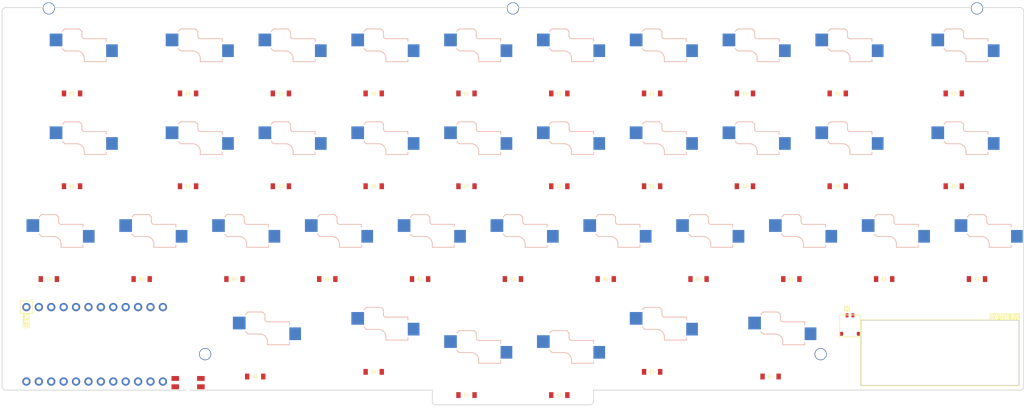
<source format=kicad_pcb>
(kicad_pcb (version 20240108) (generator "pcbnew") (generator_version "8.0")
  (title_block (title "Block") (rev "v1.0.0") (company "Unknown"))
  (layers (0 "F.Cu" signal) (31 "B.Cu" signal) (34 "B.Paste" user) (35 "F.Paste" user) (36 "B.SilkS" user "B.Silkscreen") (37 "F.SilkS" user "F.Silkscreen") (38 "B.Mask" user) (39 "F.Mask" user) (44 "Edge.Cuts" user))
  (net 0 "")
  (net 1 "RAW")
  (net 2 "GND")
  (net 3 "RST")
  (net 4 "VCC")
  (net 5 "C1")
  (net 6 "C2")
  (net 7 "C3")
  (net 8 "C4")
  (net 9 "C5")
  (net 10 "C6")
  (net 11 "C7")
  (net 12 "C8")
  (net 13 "P1")
  (net 14 "P0")
  (net 15 "P2")
  (net 16 "P3")
  (net 17 "R1")
  (net 18 "R2")
  (net 19 "R3")
  (net 20 "R4")
  (net 21 "C9")
  (net 22 "C10")
  (net 23 "q_top")
  (net 24 "w_top")
  (net 25 "e_top")
  (net 26 "r_top")
  (net 27 "t_top")
  (net 28 "y_top")
  (net 29 "u_top")
  (net 30 "i_top")
  (net 31 "o_top")
  (net 32 "p_top")
  (net 33 "a_home")
  (net 34 "s_home")
  (net 35 "d_home")
  (net 36 "f_home")
  (net 37 "g_home")
  (net 38 "h_home")
  (net 39 "j_home")
  (net 40 "k_home")
  (net 41 "l_home")
  (net 42 "semi_home")
  (net 43 "extra_bottom")
  (net 44 "z_bottom")
  (net 45 "x_bottom")
  (net 46 "c_bottom")
  (net 47 "v_bottom")
  (net 48 "b_bottom")
  (net 49 "n_bottom")
  (net 50 "m_bottom")
  (net 51 "comma_bottom")
  (net 52 "dot_bottom")
  (net 53 "slash_bottom")
  (net 54 "flex_thumb")
  (net 55 "base_thumb")
  (net 56 "ext_thumb")
  (net 57 "ext2_thumb")
  (net 58 "base2_thumb")
  (net 59 "flex2_thumb")
  (net 60 "R5")
  (net 61 "BAT_CONN")
  (footprint "ComboDiode" (layer "F.Cu") (at 80.75 66.75)
    (property "Reference" "D34" (hide yes))
    (property "Value" "")
    (pad "1" smd rect (at -1.65 0) (size 0.9 1.2) (layers "F.Cu" "F.Paste" "F.Mask") (net 60 "R5"))
    (pad "2" smd rect (at 1.65 0) (size 0.9 1.2) (layers "F.Cu" "F.Paste" "F.Mask") (net 56 "ext_thumb"))
  )
  (footprint "ComboDiode" (layer "F.Cu") (at 14.25 43)
    (property "Reference" "D22" (hide yes))
    (property "Value" "")
    (pad "1" smd rect (at -1.65 0) (size 0.9 1.2) (layers "F.Cu" "F.Paste" "F.Mask") (net 20 "R4"))
    (pad "2" smd rect (at 1.65 0) (size 0.9 1.2) (layers "F.Cu" "F.Paste" "F.Mask") (net 44 "z_bottom"))
  )
  (footprint "mounting_hole" (layer "F.Cu") (at 27.25 58.375)
    (property "Reference" "H4" (hide yes))
    (property "Value" "")
    (pad "" thru_hole circle (at 0 0 180) (size 2.46 2.46) (drill 2.2) (layers "*.Cu" "*.Mask"))
  )
  (footprint "ComboDiode" (layer "F.Cu") (at 118.75 5)
    (property "Reference" "D7" (hide yes))
    (property "Value" "")
    (pad "1" smd rect (at -1.65 0) (size 0.9 1.2) (layers "F.Cu" "F.Paste" "F.Mask") (net 17 "R1"))
    (pad "2" smd rect (at 1.65 0) (size 0.9 1.2) (layers "F.Cu" "F.Paste" "F.Mask") (net 29 "u_top"))
  )
  (footprint "ComboDiode" (layer "F.Cu") (at 118.75 24)
    (property "Reference" "D17" (hide yes))
    (property "Value" "")
    (pad "1" smd rect (at -1.65 0) (size 0.9 1.2) (layers "F.Cu" "F.Paste" "F.Mask") (net 19 "R3"))
    (pad "2" smd rect (at 1.65 0) (size 0.9 1.2) (layers "F.Cu" "F.Paste" "F.Mask") (net 39 "j_home"))
  )
  (footprint "ComboDiode" (layer "F.Cu") (at 180.5 5)
    (property "Reference" "D10" (hide yes))
    (property "Value" "")
    (pad "1" smd rect (at -1.65 0) (size 0.9 1.2) (layers "F.Cu" "F.Paste" "F.Mask") (net 17 "R1"))
    (pad "2" smd rect (at 1.65 0) (size 0.9 1.2) (layers "F.Cu" "F.Paste" "F.Mask") (net 32 "p_top"))
  )
  (footprint "ComboDiode" (layer "F.Cu") (at 42.75 24)
    (property "Reference" "D13" (hide yes))
    (property "Value" "")
    (pad "1" smd rect (at -1.65 0) (size 0.9 1.2) (layers "F.Cu" "F.Paste" "F.Mask") (net 19 "R3"))
    (pad "2" smd rect (at 1.65 0) (size 0.9 1.2) (layers "F.Cu" "F.Paste" "F.Mask") (net 35 "d_home"))
  )
  (footprint "ComboDiode" (layer "F.Cu") (at -4.75 43)
    (property "Reference" "D21" (hide yes))
    (property "Value" "")
    (pad "1" smd rect (at -1.65 0) (size 0.9 1.2) (layers "F.Cu" "F.Paste" "F.Mask") (net 20 "R4"))
    (pad "2" smd rect (at 1.65 0) (size 0.9 1.2) (layers "F.Cu" "F.Paste" "F.Mask") (net 43 "extra_bottom"))
  )
  (footprint "ComboDiode" (layer "F.Cu") (at 99.75 24)
    (property "Reference" "D16" (hide yes))
    (property "Value" "")
    (pad "1" smd rect (at -1.65 0) (size 0.9 1.2) (layers "F.Cu" "F.Paste" "F.Mask") (net 19 "R3"))
    (pad "2" smd rect (at 1.65 0) (size 0.9 1.2) (layers "F.Cu" "F.Paste" "F.Mask") (net 38 "h_home"))
  )
  (footprint "ComboDiode" (layer "F.Cu") (at 109.25 43)
    (property "Reference" "D27" (hide yes))
    (property "Value" "")
    (pad "1" smd rect (at -1.65 0) (size 0.9 1.2) (layers "F.Cu" "F.Paste" "F.Mask") (net 20 "R4"))
    (pad "2" smd rect (at 1.65 0) (size 0.9 1.2) (layers "F.Cu" "F.Paste" "F.Mask") (net 49 "n_bottom"))
  )
  (footprint "1:supermini_front" (layer "F.Cu") (at 3.36 56.36 90)
    (property "Reference" "MCU1" (hide yes))
    (property "Value" "")
    (fp_text user "RAW" (at 4.76 -12.7 90) (layer "F.SilkS" knockout))
    (pad "1" thru_hole circle (at 7.62 -12.7 90) (size 1.7 1.7) (drill 1) (layers "*.Cu" "*.Mask") (net 1 "RAW"))
    (pad "2" thru_hole circle (at 7.62 -10.16 90) (size 1.7 1.7) (drill 1) (layers "*.Cu" "*.Mask") (net 2 "GND"))
    (pad "3" thru_hole circle (at 7.62 -7.62 90) (size 1.7 1.7) (drill 1) (layers "*.Cu" "*.Mask") (net 3 "RST"))
    (pad "4" thru_hole circle (at 7.62 -5.08 90) (size 1.7 1.7) (drill 1) (layers "*.Cu" "*.Mask") (net 4 "VCC"))
    (pad "5" thru_hole circle (at 7.62 -2.54 90) (size 1.7 1.7) (drill 1) (layers "*.Cu" "*.Mask") (net 5 "C1"))
    (pad "6" thru_hole circle (at 7.62 0 90) (size 1.7 1.7) (drill 1) (layers "*.Cu" "*.Mask") (net 6 "C2"))
    (pad "7" thru_hole circle (at 7.62 2.54 90) (size 1.7 1.7) (drill 1) (layers "*.Cu" "*.Mask") (net 7 "C3"))
    (pad "8" thru_hole circle (at 7.62 5.08 90) (size 1.7 1.7) (drill 1) (layers "*.Cu" "*.Mask") (net 8 "C4"))
    (pad "9" thru_hole circle (at 7.62 7.62 90) (size 1.7 1.7) (drill 1) (layers "*.Cu" "*.Mask") (net 9 "C5"))
    (pad "10" thru_hole circle (at 7.62 10.16 90) (size 1.7 1.7) (drill 1) (layers "*.Cu" "*.Mask") (net 10 "C6"))
    (pad "11" thru_hole circle (at 7.62 12.7 90) (size 1.7 1.7) (drill 1) (layers "*.Cu" "*.Mask") (net 11 "C7"))
    (pad "12" thru_hole circle (at 7.62 15.24 90) (size 1.7 1.7) (drill 1) (layers "*.Cu" "*.Mask") (net 12 "C8"))
    (pad "13" thru_hole circle (at -7.62 15.24 90) (size 1.7 1.7) (drill 1) (layers "*.Cu" "*.Mask") (net 22 "C10"))
    (pad "14" thru_hole circle (at -7.62 12.7 90) (size 1.7 1.7) (drill 1) (layers "*.Cu" "*.Mask") (net 21 "C9"))
    (pad "15" thru_hole circle (at -7.62 10.16 90) (size 1.7 1.7) (drill 1) (layers "*.Cu" "*.Mask") (net 20 "R4"))
    (pad "16" thru_hole circle (at -7.62 7.62 90) (size 1.7 1.7) (drill 1) (layers "*.Cu" "*.Mask") (net 19 "R3"))
    (pad "17" thru_hole circle (at -7.62 5.08 90) (size 1.7 1.7) (drill 1) (layers "*.Cu" "*.Mask") (net 18 "R2"))
    (pad "18" thru_hole circle (at -7.62 2.54 90) (size 1.7 1.7) (drill 1) (layers "*.Cu" "*.Mask") (net 17 "R1"))
    (pad "19" thru_hole circle (at -7.62 0 90) (size 1.7 1.7) (drill 1) (layers "*.Cu" "*.Mask") (net 16 "P3"))
    (pad "20" thru_hole circle (at -7.62 -2.54 90) (size 1.7 1.7) (drill 1) (layers "*.Cu" "*.Mask") (net 15 "P2"))
    (pad "21" thru_hole circle (at -7.62 -5.08 90) (size 1.7 1.7) (drill 1) (layers "*.Cu" "*.Mask") (net 2 "GND"))
    (pad "22" thru_hole circle (at -7.62 -7.62 90) (size 1.7 1.7) (drill 1) (layers "*.Cu" "*.Mask") (net 2 "GND"))
    (pad "23" thru_hole circle (at -7.62 -10.16 90) (size 1.7 1.7) (drill 1) (layers "*.Cu" "*.Mask") (net 14 "P0"))
    (pad "24" thru_hole circle (at -7.62 -12.7 90) (size 1.7 1.7) (drill 1) (layers "*.Cu" "*.Mask") (net 13 "P1"))
  )
  (footprint "ComboDiode" (layer "F.Cu") (at 99.75 66.75)
    (property "Reference" "D35" (hide yes))
    (property "Value" "")
    (pad "1" smd rect (at -1.65 0) (size 0.9 1.2) (layers "F.Cu" "F.Paste" "F.Mask") (net 60 "R5"))
    (pad "2" smd rect (at 1.65 0) (size 0.9 1.2) (layers "F.Cu" "F.Paste" "F.Mask") (net 57 "ext2_thumb"))
  )
  (footprint "ComboDiode" (layer "F.Cu") (at 137.75 24)
    (property "Reference" "D18" (hide yes))
    (property "Value" "")
    (pad "1" smd rect (at -1.65 0) (size 0.9 1.2) (layers "F.Cu" "F.Paste" "F.Mask") (net 19 "R3"))
    (pad "2" smd rect (at 1.65 0) (size 0.9 1.2) (layers "F.Cu" "F.Paste" "F.Mask") (net 40 "k_home"))
  )
  (footprint "ComboDiode" (layer "F.Cu") (at 52.25 43)
    (property "Reference" "D24" (hide yes))
    (property "Value" "")
    (pad "1" smd rect (at -1.65 0) (size 0.9 1.2) (layers "F.Cu" "F.Paste" "F.Mask") (net 20 "R4"))
    (pad "2" smd rect (at 1.65 0) (size 0.9 1.2) (layers "F.Cu" "F.Paste" "F.Mask") (net 46 "c_bottom"))
  )
  (footprint "mounting_hole" (layer "F.Cu") (at 153.25 58.375)
    (property "Reference" "H5" (hide yes))
    (property "Value" "")
    (pad "" thru_hole circle (at 0 0 180) (size 2.46 2.46) (drill 2.2) (layers "*.Cu" "*.Mask"))
  )
  (footprint "ComboDiode" (layer "F.Cu") (at 61.75 62)
    (property "Reference" "D33" (hide yes))
    (property "Value" "")
    (pad "1" smd rect (at -1.65 0) (size 0.9 1.2) (layers "F.Cu" "F.Paste" "F.Mask") (net 60 "R5"))
    (pad "2" smd rect (at 1.65 0) (size 0.9 1.2) (layers "F.Cu" "F.Paste" "F.Mask") (net 55 "base_thumb"))
  )
  (footprint "ComboDiode" (layer "F.Cu") (at 128.25 43)
    (property "Reference" "D28" (hide yes))
    (property "Value" "")
    (pad "1" smd rect (at -1.65 0) (size 0.9 1.2) (layers "F.Cu" "F.Paste" "F.Mask") (net 20 "R4"))
    (pad "2" smd rect (at 1.65 0) (size 0.9 1.2) (layers "F.Cu" "F.Paste" "F.Mask") (net 50 "m_bottom"))
  )
  (footprint "ComboDiode" (layer "F.Cu") (at 90.25 43)
    (property "Reference" "D26" (hide yes))
    (property "Value" "")
    (pad "1" smd rect (at -1.65 0) (size 0.9 1.2) (layers "F.Cu" "F.Paste" "F.Mask") (net 20 "R4"))
    (pad "2" smd rect (at 1.65 0) (size 0.9 1.2) (layers "F.Cu" "F.Paste" "F.Mask") (net 48 "b_bottom"))
  )
  (footprint "ComboDiode" (layer "F.Cu") (at 147.25 43)
    (property "Reference" "D29" (hide yes))
    (property "Value" "")
    (pad "1" smd rect (at -1.65 0) (size 0.9 1.2) (layers "F.Cu" "F.Paste" "F.Mask") (net 20 "R4"))
    (pad "2" smd rect (at 1.65 0) (size 0.9 1.2) (layers "F.Cu" "F.Paste" "F.Mask") (net 51 "comma_bottom"))
  )
  (footprint "ComboDiode" (layer "F.Cu") (at 42.75 5)
    (property "Reference" "D3" (hide yes))
    (property "Value" "")
    (pad "1" smd rect (at -1.65 0) (size 0.9 1.2) (layers "F.Cu" "F.Paste" "F.Mask") (net 17 "R1"))
    (pad "2" smd rect (at 1.65 0) (size 0.9 1.2) (layers "F.Cu" "F.Paste" "F.Mask") (net 25 "e_top"))
  )
  (footprint "ComboDiode" (layer "F.Cu") (at 156.75 5)
    (property "Reference" "D9" (hide yes))
    (property "Value" "")
    (pad "1" smd rect (at -1.65 0) (size 0.9 1.2) (layers "F.Cu" "F.Paste" "F.Mask") (net 17 "R1"))
    (pad "2" smd rect (at 1.65 0) (size 0.9 1.2) (layers "F.Cu" "F.Paste" "F.Mask") (net 31 "o_top"))
  )
  (footprint "ComboDiode" (layer "F.Cu") (at 118.75 62)
    (property "Reference" "D36" (hide yes))
    (property "Value" "")
    (pad "1" smd rect (at -1.65 0) (size 0.9 1.2) (layers "F.Cu" "F.Paste" "F.Mask") (net 60 "R5"))
    (pad "2" smd rect (at 1.65 0) (size 0.9 1.2) (layers "F.Cu" "F.Paste" "F.Mask") (net 58 "base2_thumb"))
  )
  (footprint "ComboDiode" (layer "F.Cu") (at 23.75 5)
    (property "Reference" "D2" (hide yes))
    (property "Value" "")
    (pad "1" smd rect (at -1.65 0) (size 0.9 1.2) (layers "F.Cu" "F.Paste" "F.Mask") (net 17 "R1"))
    (pad "2" smd rect (at 1.65 0) (size 0.9 1.2) (layers "F.Cu" "F.Paste" "F.Mask") (net 24 "w_top"))
  )
  (footprint "ComboDiode" (layer "F.Cu") (at 143 62.95)
    (property "Reference" "D37" (hide yes))
    (property "Value" "")
    (pad "1" smd rect (at -1.65 0) (size 0.9 1.2) (layers "F.Cu" "F.Paste" "F.Mask") (net 60 "R5"))
    (pad "2" smd rect (at 1.65 0) (size 0.9 1.2) (layers "F.Cu" "F.Paste" "F.Mask") (net 59 "flex2_thumb"))
  )
  (footprint "ComboDiode" (layer "F.Cu") (at 61.75 5)
    (property "Reference" "D4" (hide yes))
    (property "Value" "")
    (pad "1" smd rect (at -1.65 0) (size 0.9 1.2) (layers "F.Cu" "F.Paste" "F.Mask") (net 17 "R1"))
    (pad "2" smd rect (at 1.65 0) (size 0.9 1.2) (layers "F.Cu" "F.Paste" "F.Mask") (net 26 "r_top"))
  )
  (footprint "ComboDiode" (layer "F.Cu") (at 185.25 43)
    (property "Reference" "D31" (hide yes))
    (property "Value" "")
    (pad "1" smd rect (at -1.65 0) (size 0.9 1.2) (layers "F.Cu" "F.Paste" "F.Mask") (net 20 "R4"))
    (pad "2" smd rect (at 1.65 0) (size 0.9 1.2) (layers "F.Cu" "F.Paste" "F.Mask") (net 53 "slash_bottom"))
  )
  (footprint "ComboDiode" (layer "F.Cu") (at 33.25 43)
    (property "Reference" "D23" (hide yes))
    (property "Value" "")
    (pad "1" smd rect (at -1.65 0) (size 0.9 1.2) (layers "F.Cu" "F.Paste" "F.Mask") (net 20 "R4"))
    (pad "2" smd rect (at 1.65 0) (size 0.9 1.2) (layers "F.Cu" "F.Paste" "F.Mask") (net 45 "x_bottom"))
  )
  (footprint "1:sw_reset_side" (layer "F.Cu") (at 23.75 64.2 180)
    (property "Reference" "SW1" (hide yes))
    (property "Value" "reset_button")
    (pad "" np_thru_hole circle (at 0 -1.375) (size 0.75 0.75) (drill 0.75) (layers "*.Cu" "*.Mask"))
    (pad "" np_thru_hole circle (at 0 1.375) (size 0.75 0.75) (drill 0.75) (layers "*.Cu" "*.Mask"))
    (pad "1" smd rect (at 2.625 -0.85) (size 1.55 1) (layers "F.Cu" "F.Paste" "F.Mask") (net 2 "GND"))
    (pad "2" smd rect (at 2.625 0.85) (size 1.55 1) (layers "F.Cu" "F.Paste" "F.Mask") (net 3 "RST"))
    (pad "3" smd rect (at -2.625 -0.85) (size 1.55 1) (layers "F.Cu" "F.Paste" "F.Mask") (net 2 "GND"))
    (pad "4" smd rect (at -2.625 0.85) (size 1.55 1) (layers "F.Cu" "F.Paste" "F.Mask") (net 3 "RST"))
  )
  (footprint "ComboDiode" (layer "F.Cu") (at 166.25 43)
    (property "Reference" "D30" (hide yes))
    (property "Value" "")
    (pad "1" smd rect (at -1.65 0) (size 0.9 1.2) (layers "F.Cu" "F.Paste" "F.Mask") (net 20 "R4"))
    (pad "2" smd rect (at 1.65 0) (size 0.9 1.2) (layers "F.Cu" "F.Paste" "F.Mask") (net 52 "dot_bottom"))
  )
  (footprint "mounting_hole" (layer "F.Cu") (at -4.75 -12.4)
    (property "Reference" "H1" (hide yes))
    (property "Value" "")
    (pad "" thru_hole circle (at 0 0 180) (size 2.46 2.46) (drill 2.2) (layers "*.Cu" "*.Mask"))
  )
  (footprint "ComboDiode" (layer "F.Cu") (at 156.75 24)
    (property "Reference" "D19" (hide yes))
    (property "Value" "")
    (pad "1" smd rect (at -1.65 0) (size 0.9 1.2) (layers "F.Cu" "F.Paste" "F.Mask") (net 19 "R3"))
    (pad "2" smd rect (at 1.65 0) (size 0.9 1.2) (layers "F.Cu" "F.Paste" "F.Mask") (net 41 "l_home"))
  )
  (footprint "ComboDiode" (layer "F.Cu") (at 0 24)
    (property "Reference" "D11" (hide yes))
    (property "Value" "")
    (pad "1" smd rect (at -1.65 0) (size 0.9 1.2) (layers "F.Cu" "F.Paste" "F.Mask") (net 19 "R3"))
    (pad "2" smd rect (at 1.65 0) (size 0.9 1.2) (layers "F.Cu" "F.Paste" "F.Mask") (net 33 "a_home"))
  )
  (footprint "ComboDiode" (layer "F.Cu") (at 137.75 5)
    (property "Reference" "D8" (hide yes))
    (property "Value" "")
    (pad "1" smd rect (at -1.65 0) (size 0.9 1.2) (layers "F.Cu" "F.Paste" "F.Mask") (net 17 "R1"))
    (pad "2" smd rect (at 1.65 0) (size 0.9 1.2) (layers "F.Cu" "F.Paste" "F.Mask") (net 30 "i_top"))
  )
  (footprint "ComboDiode" (layer "F.Cu") (at 23.75 24)
    (property "Reference" "D12" (hide yes))
    (property "Value" "")
    (pad "1" smd rect (at -1.65 0) (size 0.9 1.2) (layers "F.Cu" "F.Paste" "F.Mask") (net 19 "R3"))
    (pad "2" smd rect (at 1.65 0) (size 0.9 1.2) (layers "F.Cu" "F.Paste" "F.Mask") (net 34 "s_home"))
  )
  (footprint "mounting_hole" (layer "F.Cu") (at 90.25 -12.4)
    (property "Reference" "H2" (hide yes))
    (property "Value" "")
    (pad "" thru_hole circle (at 0 0 180) (size 2.46 2.46) (drill 2.2) (layers "*.Cu" "*.Mask"))
  )
  (footprint "ComboDiode" (layer "F.Cu") (at 61.75 24)
    (property "Reference" "D14" (hide yes))
    (property "Value" "")
    (pad "1" smd rect (at -1.65 0) (size 0.9 1.2) (layers "F.Cu" "F.Paste" "F.Mask") (net 19 "R3"))
    (pad "2" smd rect (at 1.65 0) (size 0.9 1.2) (layers "F.Cu" "F.Paste" "F.Mask") (net 36 "f_home"))
  )
  (footprint "ComboDiode" (layer "F.Cu") (at 80.75 24)
    (property "Reference" "D15" (hide yes))
    (property "Value" "")
    (pad "1" smd rect (at -1.65 0) (size 0.9 1.2) (layers "F.Cu" "F.Paste" "F.Mask") (net 19 "R3"))
    (pad "2" smd rect (at 1.65 0) (size 0.9 1.2) (layers "F.Cu" "F.Paste" "F.Mask") (net 37 "g_home"))
  )
  (footprint "ComboDiode" (layer "F.Cu") (at 71.25 43)
    (property "Reference" "D25" (hide yes))
    (property "Value" "")
    (pad "1" smd rect (at -1.65 0) (size 0.9 1.2) (layers "F.Cu" "F.Paste" "F.Mask") (net 20 "R4"))
    (pad "2" smd rect (at 1.65 0) (size 0.9 1.2) (layers "F.Cu" "F.Paste" "F.Mask") (net 47 "v_bottom"))
  )
  (footprint "ComboDiode" (layer "F.Cu") (at 0 5)
    (property "Reference" "D1" (hide yes))
    (property "Value" "")
    (pad "1" smd rect (at -1.65 0) (size 0.9 1.2) (layers "F.Cu" "F.Paste" "F.Mask") (net 17 "R1"))
    (pad "2" smd rect (at 1.65 0) (size 0.9 1.2) (layers "F.Cu" "F.Paste" "F.Mask") (net 23 "q_top"))
  )
  (footprint "ComboDiode" (layer "F.Cu") (at 180.5 24)
    (property "Reference" "D20" (hide yes))
    (property "Value" "")
    (pad "1" smd rect (at -1.65 0) (size 0.9 1.2) (layers "F.Cu" "F.Paste" "F.Mask") (net 19 "R3"))
    (pad "2" smd rect (at 1.65 0) (size 0.9 1.2) (layers "F.Cu" "F.Paste" "F.Mask") (net 42 "semi_home"))
  )
  (footprint "ComboDiode" (layer "F.Cu") (at 80.75 5)
    (property "Reference" "D5" (hide yes))
    (property "Value" "")
    (pad "1" smd rect (at -1.65 0) (size 0.9 1.2) (layers "F.Cu" "F.Paste" "F.Mask") (net 17 "R1"))
    (pad "2" smd rect (at 1.65 0) (size 0.9 1.2) (layers "F.Cu" "F.Paste" "F.Mask") (net 27 "t_top"))
  )
  (footprint "1:conn_molex_pico_front" (layer "F.Cu") (at 159.25 52.31)
    (property "Reference" "CONN1" (hide yes))
    (property "Value" "" (hide yes))
    (fp_text user "+" (at -1.32 -2.75 0) (layer "F.SilkS" knockout) (effects (justify left bottom)))
    (pad "1" smd roundrect (at -0.6 -1.875) (size 0.6 0.85) (layers "F.Cu" "F.Paste" "F.Mask") (net 61 "BAT_CONN"))
    (pad "2" smd roundrect (at 0.6 -1.875) (size 0.6 0.85) (layers "F.Cu" "F.Paste" "F.Mask") (net 2 "GND"))
    (pad "MP" smd roundrect (at -1.75 1.9) (size 0.7 0.8) (layers "F.Cu" "F.Paste" "F.Mask"))
    (pad "MP" smd roundrect (at 1.75 1.9) (size 0.7 0.8) (layers "F.Cu" "F.Paste" "F.Mask"))
  )
  (footprint "ComboDiode" (layer "F.Cu") (at 99.75 5)
    (property "Reference" "D6" (hide yes))
    (property "Value" "")
    (pad "1" smd rect (at -1.65 0) (size 0.9 1.2) (layers "F.Cu" "F.Paste" "F.Mask") (net 17 "R1"))
    (pad "2" smd rect (at 1.65 0) (size 0.9 1.2) (layers "F.Cu" "F.Paste" "F.Mask") (net 28 "y_top"))
  )
  (footprint "ComboDiode" (layer "F.Cu") (at 37.5 62.95)
    (property "Reference" "D32" (hide yes))
    (property "Value" "")
    (pad "1" smd rect (at -1.65 0) (size 0.9 1.2) (layers "F.Cu" "F.Paste" "F.Mask") (net 60 "R5"))
    (pad "2" smd rect (at 1.65 0) (size 0.9 1.2) (layers "F.Cu" "F.Paste" "F.Mask") (net 54 "flex_thumb"))
  )
  (footprint "mounting_hole" (layer "F.Cu") (at 185.25 -12.4)
    (property "Reference" "H3" (hide yes))
    (property "Value" "")
    (pad "" thru_hole circle (at 0 0 180) (size 2.46 2.46) (drill 2.2) (layers "*.Cu" "*.Mask"))
  )
  (footprint "0:1u_home" (layer "B.Cu") (at 137.75 19)
    (property "Reference" "S18" (hide yes))
    (property "Value" "")
    (pad "" np_thru_hole circle (at -5.5 0) (size 1.9 1.9) (drill 1.9) (layers "*.Cu"))
    (pad "" np_thru_hole circle (at 0 -5.95) (size 3 3) (drill 3) (layers "*.Cu" "*.Mask"))
    (pad "" np_thru_hole circle (at 0 0) (size 5 5) (drill 5) (layers "*.Cu"))
    (pad "" np_thru_hole circle (at 5 -3.75 195) (size 3 3) (drill 3) (layers "*.Cu" "*.Mask"))
    (pad "" np_thru_hole circle (at 5.5 0) (size 1.9 1.9) (drill 1.9) (layers "*.Cu"))
    (pad "1" smd rect (at -3.275 -5.95) (size 2.6 2.6) (layers "B.Cu" "B.Paste" "B.Mask"))
    (pad "2" smd rect (at 8.175 -3.75) (size 2.4 2.6) (layers "B.Cu" "B.Paste" "B.Mask") (net 40 "k_home"))
  )
  (footprint "0:1u_bottom" (layer "B.Cu") (at 128.25 38)
    (property "Reference" "S28" (hide yes))
    (property "Value" "")
    (pad "" np_thru_hole circle (at -5.5 0) (size 1.9 1.9) (drill 1.9) (layers "*.Cu"))
    (pad "" np_thru_hole circle (at 0 -5.95) (size 3 3) (drill 3) (layers "*.Cu" "*.Mask"))
    (pad "" np_thru_hole circle (at 0 0) (size 5 5) (drill 5) (layers "*.Cu"))
    (pad "" np_thru_hole circle (at 5 -3.75 195) (size 3 3) (drill 3) (layers "*.Cu" "*.Mask"))
    (pad "" np_thru_hole circle (at 5.5 0) (size 1.9 1.9) (drill 1.9) (layers "*.Cu"))
    (pad "1" smd rect (at -3.275 -5.95) (size 2.6 2.6) (layers "B.Cu" "B.Paste" "B.Mask"))
    (pad "2" smd rect (at 8.175 -3.75) (size 2.4 2.6) (layers "B.Cu" "B.Paste" "B.Mask") (net 50 "m_bottom"))
  )
  (footprint "1:switch_choc_v1_v2" (layer "B.Cu") (at 37.5 57.95)
    (property "Reference" "S32" (hide yes))
    (property "Value" "")
    (pad "" np_thru_hole circle (at -5.5 0) (size 1.9 1.9) (drill 1.9) (layers "*.Cu"))
    (pad "" np_thru_hole circle (at 0 -5.95) (size 3 3) (drill 3) (layers "*.Cu" "*.Mask"))
    (pad "" np_thru_hole circle (at 0 0) (size 5 5) (drill 5) (layers "*.Cu"))
    (pad "" np_thru_hole circle (at 5 -3.75 195) (size 3 3) (drill 3) (layers "*.Cu" "*.Mask"))
    (pad "" np_thru_hole circle (at 5.5 0) (size 1.9 1.9) (drill 1.9) (layers "*.Cu"))
    (pad "1" smd rect (at -3.275 -5.95) (size 2.6 2.6) (layers "B.Cu" "B.Paste" "B.Mask") (net 7 "C3"))
    (pad "2" smd rect (at 8.175 -3.75) (size 2.4 2.6) (layers "B.Cu" "B.Paste" "B.Mask") (net 54 "flex_thumb"))
  )
  (footprint "0:1.5u_home" (layer "B.Cu") (at 0 19)
    (property "Reference" "S11" (hide yes))
    (property "Value" "")
    (pad "" np_thru_hole circle (at -5.5 0) (size 1.9 1.9) (drill 1.9) (layers "*.Cu"))
    (pad "" np_thru_hole circle (at 0 -5.95) (size 3 3) (drill 3) (layers "*.Cu" "*.Mask"))
    (pad "" np_thru_hole circle (at 0 0) (size 5 5) (drill 5) (layers "*.Cu"))
    (pad "" np_thru_hole circle (at 5 -3.75 195) (size 3 3) (drill 3) (layers "*.Cu" "*.Mask"))
    (pad "" np_thru_hole circle (at 5.5 0) (size 1.9 1.9) (drill 1.9) (layers "*.Cu"))
    (pad "1" smd rect (at -3.275 -5.95) (size 2.6 2.6) (layers "B.Cu" "B.Paste" "B.Mask") (net 5 "C1"))
    (pad "2" smd rect (at 8.175 -3.75) (size 2.4 2.6) (layers "B.Cu" "B.Paste" "B.Mask") (net 33 "a_home"))
  )
  (footprint "0:1u_top" (layer "B.Cu") (at 61.75 0)
    (property "Reference" "S4" (hide yes))
    (property "Value" "")
    (pad "" np_thru_hole circle (at -5.5 0) (size 1.9 1.9) (drill 1.9) (layers "*.Cu"))
    (pad "" np_thru_hole circle (at 0 -5.95) (size 3 3) (drill 3) (layers "*.Cu" "*.Mask"))
    (pad "" np_thru_hole circle (at 0 0) (size 5 5) (drill 5) (layers "*.Cu"))
    (pad "" np_thru_hole circle (at 5 -3.75 195) (size 3 3) (drill 3) (layers "*.Cu" "*.Mask"))
    (pad "" np_thru_hole circle (at 5.5 0) (size 1.9 1.9) (drill 1.9) (layers "*.Cu"))
    (pad "1" smd rect (at -3.275 -5.95) (size 2.6 2.6) (layers "B.Cu" "B.Paste" "B.Mask") (net 8 "C4"))
    (pad "2" smd rect (at 8.175 -3.75) (size 2.4 2.6) (layers "B.Cu" "B.Paste" "B.Mask") (net 26 "r_top"))
  )
  (footprint "0:1u_convex" (layer "B.Cu") (at 99.75 61.75)
    (property "Reference" "S35" (hide yes))
    (property "Value" "")
    (pad "" np_thru_hole circle (at -5.5 0) (size 1.9 1.9) (drill 1.9) (layers "*.Cu"))
    (pad "" np_thru_hole circle (at 0 -5.95) (size 3 3) (drill 3) (layers "*.Cu" "*.Mask"))
    (pad "" np_thru_hole circle (at 0 0) (size 5 5) (drill 5) (layers "*.Cu"))
    (pad "" np_thru_hole circle (at 5 -3.75 195) (size 3 3) (drill 3) (layers "*.Cu" "*.Mask"))
    (pad "" np_thru_hole circle (at 5.5 0) (size 1.9 1.9) (drill 1.9) (layers "*.Cu"))
    (pad "1" smd rect (at -3.275 -5.95) (size 2.6 2.6) (layers "B.Cu" "B.Paste" "B.Mask"))
    (pad "2" smd rect (at 8.175 -3.75) (size 2.4 2.6) (layers "B.Cu" "B.Paste" "B.Mask") (net 57 "ext2_thumb"))
  )
  (footprint "0:1u_home" (layer "B.Cu") (at 42.75 19)
    (property "Reference" "S13" (hide yes))
    (property "Value" "")
    (pad "" np_thru_hole circle (at -5.5 0) (size 1.9 1.9) (drill 1.9) (layers "*.Cu"))
    (pad "" np_thru_hole circle (at 0 -5.95) (size 3 3) (drill 3) (layers "*.Cu" "*.Mask"))
    (pad "" np_thru_hole circle (at 0 0) (size 5 5) (drill 5) (layers "*.Cu"))
    (pad "" np_thru_hole circle (at 5 -3.75 195) (size 3 3) (drill 3) (layers "*.Cu" "*.Mask"))
    (pad "" np_thru_hole circle (at 5.5 0) (size 1.9 1.9) (drill 1.9) (layers "*.Cu"))
    (pad "1" smd rect (at -3.275 -5.95) (size 2.6 2.6) (layers "B.Cu" "B.Paste" "B.Mask") (net 7 "C3"))
    (pad "2" smd rect (at 8.175 -3.75) (size 2.4 2.6) (layers "B.Cu" "B.Paste" "B.Mask") (net 35 "d_home"))
  )
  (footprint "0:1.5u_top" (layer "B.Cu") (at 180.5 0)
    (property "Reference" "S10" (hide yes))
    (property "Value" "")
    (pad "" np_thru_hole circle (at -5.5 0) (size 1.9 1.9) (drill 1.9) (layers "*.Cu"))
    (pad "" np_thru_hole circle (at 0 -5.95) (size 3 3) (drill 3) (layers "*.Cu" "*.Mask"))
    (pad "" np_thru_hole circle (at 0 0) (size 5 5) (drill 5) (layers "*.Cu"))
    (pad "" np_thru_hole circle (at 5 -3.75 195) (size 3 3) (drill 3) (layers "*.Cu" "*.Mask"))
    (pad "" np_thru_hole circle (at 5.5 0) (size 1.9 1.9) (drill 1.9) (layers "*.Cu"))
    (pad "1" smd rect (at -3.275 -5.95) (size 2.6 2.6) (layers "B.Cu" "B.Paste" "B.Mask"))
    (pad "2" smd rect (at 8.175 -3.75) (size 2.4 2.6) (layers "B.Cu" "B.Paste" "B.Mask") (net 32 "p_top"))
  )
  (footprint "0:1u_bottom" (layer "B.Cu") (at 52.25 38)
    (property "Reference" "S24" (hide yes))
    (property "Value" "")
    (pad "" np_thru_hole circle (at -5.5 0) (size 1.9 1.9) (drill 1.9) (layers "*.Cu"))
    (pad "" np_thru_hole circle (at 0 -5.95) (size 3 3) (drill 3) (layers "*.Cu" "*.Mask"))
    (pad "" np_thru_hole circle (at 0 0) (size 5 5) (drill 5) (layers "*.Cu"))
    (pad "" np_thru_hole circle (at 5 -3.75 195) (size 3 3) (drill 3) (layers "*.Cu" "*.Mask"))
    (pad "" np_thru_hole circle (at 5.5 0) (size 1.9 1.9) (drill 1.9) (layers "*.Cu"))
    (pad "1" smd rect (at -3.275 -5.95) (size 2.6 2.6) (layers "B.Cu" "B.Paste" "B.Mask") (net 7 "C3"))
    (pad "2" smd rect (at 8.175 -3.75) (size 2.4 2.6) (layers "B.Cu" "B.Paste" "B.Mask") (net 46 "c_bottom"))
  )
  (footprint "0:1u_bottom" (layer "B.Cu") (at 33.25 38)
    (property "Reference" "S23" (hide yes))
    (property "Value" "")
    (pad "" np_thru_hole circle (at -5.5 0) (size 1.9 1.9) (drill 1.9) (layers "*.Cu"))
    (pad "" np_thru_hole circle (at 0 -5.95) (size 3 3) (drill 3) (layers "*.Cu" "*.Mask"))
    (pad "" np_thru_hole circle (at 0 0) (size 5 5) (drill 5) (layers "*.Cu"))
    (pad "" np_thru_hole circle (at 5 -3.75 195) (size 3 3) (drill 3) (layers "*.Cu" "*.Mask"))
    (pad "" np_thru_hole circle (at 5.5 0) (size 1.9 1.9) (drill 1.9) (layers "*.Cu"))
    (pad "1" smd rect (at -3.275 -5.95) (size 2.6 2.6) (layers "B.Cu" "B.Paste" "B.Mask") (net 6 "C2"))
    (pad "2" smd rect (at 8.175 -3.75) (size 2.4 2.6) (layers "B.Cu" "B.Paste" "B.Mask") (net 45 "x_bottom"))
  )
  (footprint "0:1.5u_home" (layer "B.Cu") (at 180.5 19)
    (property "Reference" "S20" (hide yes))
    (property "Value" "")
    (pad "" np_thru_hole circle (at -5.5 0) (size 1.9 1.9) (drill 1.9) (layers "*.Cu"))
    (pad "" np_thru_hole circle (at 0 -5.95) (size 3 3) (drill 3) (layers "*.Cu" "*.Mask"))
    (pad "" np_thru_hole circle (at 0 0) (size 5 5) (drill 5) (layers "*.Cu"))
    (pad "" np_thru_hole circle (at 5 -3.75 195) (size 3 3) (drill 3) (layers "*.Cu" "*.Mask"))
    (pad "" np_thru_hole circle (at 5.5 0) (size 1.9 1.9) (drill 1.9) (layers "*.Cu"))
    (pad "1" smd rect (at -3.275 -5.95) (size 2.6 2.6) (layers "B.Cu" "B.Paste" "B.Mask"))
    (pad "2" smd rect (at 8.175 -3.75) (size 2.4 2.6) (layers "B.Cu" "B.Paste" "B.Mask") (net 42 "semi_home"))
  )
  (footprint "0:1u_convex" (layer "B.Cu") (at 118.75 57)
    (property "Reference" "S36" (hide yes))
    (property "Value" "")
    (pad "" np_thru_hole circle (at -5.5 0) (size 1.9 1.9) (drill 1.9) (layers "*.Cu"))
    (pad "" np_thru_hole circle (at 0 -5.95) (size 3 3) (drill 3) (layers "*.Cu" "*.Mask"))
    (pad "" np_thru_hole circle (at 0 0) (size 5 5) (drill 5) (layers "*.Cu"))
    (pad "" np_thru_hole circle (at 5 -3.75 195) (size 3 3) (drill 3) (layers "*.Cu" "*.Mask"))
    (pad "" np_thru_hole circle (at 5.5 0) (size 1.9 1.9) (drill 1.9) (layers "*.Cu"))
    (pad "1" smd rect (at -3.275 -5.95) (size 2.6 2.6) (layers "B.Cu" "B.Paste" "B.Mask"))
    (pad "2" smd rect (at 8.175 -3.75) (size 2.4 2.6) (layers "B.Cu" "B.Paste" "B.Mask") (net 58 "base2_thumb"))
  )
  (footprint "0:1u_home" (layer "B.Cu") (at 23.75 19)
    (property "Reference" "S12" (hide yes))
    (property "Value" "")
    (pad "" np_thru_hole circle (at -5.5 0) (size 1.9 1.9) (drill 1.9) (layers "*.Cu"))
    (pad "" np_thru_hole circle (at 0 -5.95) (size 3 3) (drill 3) (layers "*.Cu" "*.Mask"))
    (pad "" np_thru_hole circle (at 0 0) (size 5 5) (drill 5) (layers "*.Cu"))
    (pad "" np_thru_hole circle (at 5 -3.75 195) (size 3 3) (drill 3) (layers "*.Cu" "*.Mask"))
    (pad "" np_thru_hole circle (at 5.5 0) (size 1.9 1.9) (drill 1.9) (layers "*.Cu"))
    (pad "1" smd rect (at -3.275 -5.95) (size 2.6 2.6) (layers "B.Cu" "B.Paste" "B.Mask") (net 6 "C2"))
    (pad "2" smd rect (at 8.175 -3.75) (size 2.4 2.6) (layers "B.Cu" "B.Paste" "B.Mask") (net 34 "s_home"))
  )
  (footprint "0:1u_top" (layer "B.Cu") (at 42.75 0)
    (property "Reference" "S3" (hide yes))
    (property "Value" "")
    (pad "" np_thru_hole circle (at -5.5 0) (size 1.9 1.9) (drill 1.9) (layers "*.Cu"))
    (pad "" np_thru_hole circle (at 0 -5.95) (size 3 3) (drill 3) (layers "*.Cu" "*.Mask"))
    (pad "" np_thru_hole circle (at 0 0) (size 5 5) (drill 5) (layers "*.Cu"))
    (pad "" np_thru_hole circle (at 5 -3.75 195) (size 3 3) (drill 3) (layers "*.Cu" "*.Mask"))
    (pad "" np_thru_hole circle (at 5.5 0) (size 1.9 1.9) (drill 1.9) (layers "*.Cu"))
    (pad "1" smd rect (at -3.275 -5.95) (size 2.6 2.6) (layers "B.Cu" "B.Paste" "B.Mask") (net 7 "C3"))
    (pad "2" smd rect (at 8.175 -3.75) (size 2.4 2.6) (layers "B.Cu" "B.Paste" "B.Mask") (net 25 "e_top"))
  )
  (footprint "0:1u_convex" (layer "B.Cu") (at 80.75 61.75)
    (property "Reference" "S34" (hide yes))
    (property "Value" "")
    (pad "" np_thru_hole circle (at -5.5 0) (size 1.9 1.9) (drill 1.9) (layers "*.Cu"))
    (pad "" np_thru_hole circle (at 0 -5.95) (size 3 3) (drill 3) (layers "*.Cu" "*.Mask"))
    (pad "" np_thru_hole circle (at 0 0) (size 5 5) (drill 5) (layers "*.Cu"))
    (pad "" np_thru_hole circle (at 5 -3.75 195) (size 3 3) (drill 3) (layers "*.Cu" "*.Mask"))
    (pad "" np_thru_hole circle (at 5.5 0) (size 1.9 1.9) (drill 1.9) (layers "*.Cu"))
    (pad "1" smd rect (at -3.275 -5.95) (size 2.6 2.6) (layers "B.Cu" "B.Paste" "B.Mask") (net 9 "C5"))
    (pad "2" smd rect (at 8.175 -3.75) (size 2.4 2.6) (layers "B.Cu" "B.Paste" "B.Mask") (net 56 "ext_thumb"))
  )
  (footprint "0:1.5u_top" (layer "B.Cu") (at 0 0)
    (property "Reference" "S1" (hide yes))
    (property "Value" "")
    (pad "" np_thru_hole circle (at -5.5 0) (size 1.9 1.9) (drill 1.9) (layers "*.Cu"))
    (pad "" np_thru_hole circle (at 0 -5.95) (size 3 3) (drill 3) (layers "*.Cu" "*.Mask"))
    (pad "" np_thru_hole circle (at 0 0) (size 5 5) (drill 5) (layers "*.Cu"))
    (pad "" np_thru_hole circle (at 5 -3.75 195) (size 3 3) (drill 3) (layers "*.Cu" "*.Mask"))
    (pad "" np_thru_hole circle (at 5.5 0) (size 1.9 1.9) (drill 1.9) (layers "*.Cu"))
    (pad "1" smd rect (at -3.275 -5.95) (size 2.6 2.6) (layers "B.Cu" "B.Paste" "B.Mask") (net 5 "C1"))
    (pad "2" smd rect (at 8.175 -3.75) (size 2.4 2.6) (layers "B.Cu" "B.Paste" "B.Mask") (net 23 "q_top"))
  )
  (footprint "0:1u_home_tilted" (layer "B.Cu") (at 80.75 19)
    (property "Reference" "S15" (hide yes))
    (property "Value" "")
    (pad "" np_thru_hole circle (at -5.5 0) (size 1.9 1.9) (drill 1.9) (layers "*.Cu"))
    (pad "" np_thru_hole circle (at 0 -5.95) (size 3 3) (drill 3) (layers "*.Cu" "*.Mask"))
    (pad "" np_thru_hole circle (at 0 0) (size 5 5) (drill 5) (layers "*.Cu"))
    (pad "" np_thru_hole circle (at 5 -3.75 195) (size 3 3) (drill 3) (layers "*.Cu" "*.Mask"))
    (pad "" np_thru_hole circle (at 5.5 0) (size 1.9 1.9) (drill 1.9) (layers "*.Cu"))
    (pad "1" smd rect (at -3.275 -5.95) (size 2.6 2.6) (layers "B.Cu" "B.Paste" "B.Mask") (net 9 "C5"))
    (pad "2" smd rect (at 8.175 -3.75) (size 2.4 2.6) (layers "B.Cu" "B.Paste" "B.Mask") (net 37 "g_home"))
  )
  (footprint "0:1u_home" (layer "B.Cu") (at 118.75 19)
    (property "Reference" "S17" (hide yes))
    (property "Value" "")
    (pad "" np_thru_hole circle (at -5.5 0) (size 1.9 1.9) (drill 1.9) (layers "*.Cu"))
    (pad "" np_thru_hole circle (at 0 -5.95) (size 3 3) (drill 3) (layers "*.Cu" "*.Mask"))
    (pad "" np_thru_hole circle (at 0 0) (size 5 5) (drill 5) (layers "*.Cu"))
    (pad "" np_thru_hole circle (at 5 -3.75 195) (size 3 3) (drill 3) (layers "*.Cu" "*.Mask"))
    (pad "" np_thru_hole circle (at 5.5 0) (size 1.9 1.9) (drill 1.9) (layers "*.Cu"))
    (pad "1" smd rect (at -3.275 -5.95) (size 2.6 2.6) (layers "B.Cu" "B.Paste" "B.Mask"))
    (pad "2" smd rect (at 8.175 -3.75) (size 2.4 2.6) (layers "B.Cu" "B.Paste" "B.Mask") (net 39 "j_home"))
  )
  (footprint "0:1u_home" (layer "B.Cu") (at 61.75 19)
    (property "Reference" "S14" (hide yes))
    (property "Value" "")
    (pad "" np_thru_hole circle (at -5.5 0) (size 1.9 1.9) (drill 1.9) (layers "*.Cu"))
    (pad "" np_thru_hole circle (at 0 -5.95) (size 3 3) (drill 3) (layers "*.Cu" "*.Mask"))
    (pad "" np_thru_hole circle (at 0 0) (size 5 5) (drill 5) (layers "*.Cu"))
    (pad "" np_thru_hole circle (at 5 -3.75 195) (size 3 3) (drill 3) (layers "*.Cu" "*.Mask"))
    (pad "" np_thru_hole circle (at 5.5 0) (size 1.9 1.9) (drill 1.9) (layers "*.Cu"))
    (pad "1" smd rect (at -3.275 -5.95) (size 2.6 2.6) (layers "B.Cu" "B.Paste" "B.Mask") (net 8 "C4"))
    (pad "2" smd rect (at 8.175 -3.75) (size 2.4 2.6) (layers "B.Cu" "B.Paste" "B.Mask") (net 36 "f_home"))
  )
  (footprint "0:1u_home_tilted_r" (layer "B.Cu") (at 99.75 19)
    (property "Reference" "S16" (hide yes))
    (property "Value" "")
    (pad "" np_thru_hole circle (at -5.5 0) (size 1.9 1.9) (drill 1.9) (layers "*.Cu"))
    (pad "" np_thru_hole circle (at 0 -5.95) (size 3 3) (drill 3) (layers "*.Cu" "*.Mask"))
    (pad "" np_thru_hole circle (at 0 0) (size 5 5) (drill 5) (layers "*.Cu"))
    (pad "" np_thru_hole circle (at 5 -3.75 195) (size 3 3) (drill 3) (layers "*.Cu" "*.Mask"))
    (pad "" np_thru_hole circle (at 5.5 0) (size 1.9 1.9) (drill 1.9) (layers "*.Cu"))
    (pad "1" smd rect (at -3.275 -5.95) (size 2.6 2.6) (layers "B.Cu" "B.Paste" "B.Mask"))
    (pad "2" smd rect (at 8.175 -3.75) (size 2.4 2.6) (layers "B.Cu" "B.Paste" "B.Mask") (net 38 "h_home"))
  )
  (footprint "0:1u_bottom" (layer "B.Cu") (at 166.25 38)
    (property "Reference" "S30" (hide yes))
    (property "Value" "")
    (pad "" np_thru_hole circle (at -5.5 0) (size 1.9 1.9) (drill 1.9) (layers "*.Cu"))
    (pad "" np_thru_hole circle (at 0 -5.95) (size 3 3) (drill 3) (layers "*.Cu" "*.Mask"))
    (pad "" np_thru_hole circle (at 0 0) (size 5 5) (drill 5) (layers "*.Cu"))
    (pad "" np_thru_hole circle (at 5 -3.75 195) (size 3 3) (drill 3) (layers "*.Cu" "*.Mask"))
    (pad "" np_thru_hole circle (at 5.5 0) (size 1.9 1.9) (drill 1.9) (layers "*.Cu"))
    (pad "1" smd rect (at -3.275 -5.95) (size 2.6 2.6) (layers "B.Cu" "B.Paste" "B.Mask"))
    (pad "2" smd rect (at 8.175 -3.75) (size 2.4 2.6) (layers "B.Cu" "B.Paste" "B.Mask") (net 52 "dot_bottom"))
  )
  (footprint "0:1u_bottom" (layer "B.Cu") (at 71.25 38)
    (property "Reference" "S25" (hide yes))
    (property "Value" "")
    (pad "" np_thru_hole circle (at -5.5 0) (size 1.9 1.9) (drill 1.9) (layers "*.Cu"))
    (pad "" np_thru_hole circle (at 0 -5.95) (size 3 3) (drill 3) (layers "*.Cu" "*.Mask"))
    (pad "" np_thru_hole circle (at 0 0) (size 5 5) (drill 5) (layers "*.Cu"))
    (pad "" np_thru_hole circle (at 5 -3.75 195) (size 3 3) (drill 3) (layers "*.Cu" "*.Mask"))
    (pad "" np_thru_hole circle (at 5.5 0) (size 1.9 1.9) (drill 1.9) (layers "*.Cu"))
    (pad "1" smd rect (at -3.275 -5.95) (size 2.6 2.6) (layers "B.Cu" "B.Paste" "B.Mask") (net 8 "C4"))
    (pad "2" smd rect (at 8.175 -3.75) (size 2.4 2.6) (layers "B.Cu" "B.Paste" "B.Mask") (net 47 "v_bottom"))
  )
  (footprint "0:1u_top_tilted" (layer "B.Cu") (at 80.75 0)
    (property "Reference" "S5" (hide yes))
    (property "Value" "")
    (pad "" np_thru_hole circle (at -5.5 0) (size 1.9 1.9) (drill 1.9) (layers "*.Cu"))
    (pad "" np_thru_hole circle (at 0 -5.95) (size 3 3) (drill 3) (layers "*.Cu" "*.Mask"))
    (pad "" np_thru_hole circle (at 0 0) (size 5 5) (drill 5) (layers "*.Cu"))
    (pad "" np_thru_hole circle (at 5 -3.75 195) (size 3 3) (drill 3) (layers "*.Cu" "*.Mask"))
    (pad "" np_thru_hole circle (at 5.5 0) (size 1.9 1.9) (drill 1.9) (layers "*.Cu"))
    (pad "1" smd rect (at -3.275 -5.95) (size 2.6 2.6) (layers "B.Cu" "B.Paste" "B.Mask") (net 9 "C5"))
    (pad "2" smd rect (at 8.175 -3.75) (size 2.4 2.6) (layers "B.Cu" "B.Paste" "B.Mask") (net 27 "t_top"))
  )
  (footprint "0:1u_bottom" (layer "B.Cu") (at 90.25 38)
    (property "Reference" "S26" (hide yes))
    (property "Value" "")
    (pad "" np_thru_hole circle (at -5.5 0) (size 1.9 1.9) (drill 1.9) (layers "*.Cu"))
    (pad "" np_thru_hole circle (at 0 -5.95) (size 3 3) (drill 3) (layers "*.Cu" "*.Mask"))
    (pad "" np_thru_hole circle (at 0 0) (size 5 5) (drill 5) (layers "*.Cu"))
    (pad "" np_thru_hole circle (at 5 -3.75 195) (size 3 3) (drill 3) (layers "*.Cu" "*.Mask"))
    (pad "" np_thru_hole circle (at 5.5 0) (size 1.9 1.9) (drill 1.9) (layers "*.Cu"))
    (pad "1" smd rect (at -3.275 -5.95) (size 2.6 2.6) (layers "B.Cu" "B.Paste" "B.Mask") (net 9 "C5"))
    (pad "2" smd rect (at 8.175 -3.75) (size 2.4 2.6) (layers "B.Cu" "B.Paste" "B.Mask") (net 48 "b_bottom"))
  )
  (footprint "0:1u_bottom" (layer "B.Cu") (at 14.25 38)
    (property "Reference" "S22" (hide yes))
    (property "Value" "")
    (pad "" np_thru_hole circle (at -5.5 0) (size 1.9 1.9) (drill 1.9) (layers "*.Cu"))
    (pad "" np_thru_hole circle (at 0 -5.95) (size 3 3) (drill 3) (layers "*.Cu" "*.Mask"))
    (pad "" np_thru_hole circle (at 0 0) (size 5 5) (drill 5) (layers "*.Cu"))
    (pad "" np_thru_hole circle (at 5 -3.75 195) (size 3 3) (drill 3) (layers "*.Cu" "*.Mask"))
    (pad "" np_thru_hole circle (at 5.5 0) (size 1.9 1.9) (drill 1.9) (layers "*.Cu"))
    (pad "1" smd rect (at -3.275 -5.95) (size 2.6 2.6) (layers "B.Cu" "B.Paste" "B.Mask") (net 5 "C1"))
    (pad "2" smd rect (at 8.175 -3.75) (size 2.4 2.6) (layers "B.Cu" "B.Paste" "B.Mask") (net 44 "z_bottom"))
  )
  (footprint "0:1u_home" (layer "B.Cu") (at 156.75 19)
    (property "Reference" "S19" (hide yes))
    (property "Value" "")
    (pad "" np_thru_hole circle (at -5.5 0) (size 1.9 1.9) (drill 1.9) (layers "*.Cu"))
    (pad "" np_thru_hole circle (at 0 -5.95) (size 3 3) (drill 3) (layers "*.Cu" "*.Mask"))
    (pad "" np_thru_hole circle (at 0 0) (size 5 5) (drill 5) (layers "*.Cu"))
    (pad "" np_thru_hole circle (at 5 -3.75 195) (size 3 3) (drill 3) (layers "*.Cu" "*.Mask"))
    (pad "" np_thru_hole circle (at 5.5 0) (size 1.9 1.9) (drill 1.9) (layers "*.Cu"))
    (pad "1" smd rect (at -3.275 -5.95) (size 2.6 2.6) (layers "B.Cu" "B.Paste" "B.Mask"))
    (pad "2" smd rect (at 8.175 -3.75) (size 2.4 2.6) (layers "B.Cu" "B.Paste" "B.Mask") (net 41 "l_home"))
  )
  (footprint "0:1u_bottom" (layer "B.Cu") (at 109.25 38)
    (property "Reference" "S27" (hide yes))
    (property "Value" "")
    (pad "" np_thru_hole circle (at -5.5 0) (size 1.9 1.9) (drill 1.9) (layers "*.Cu"))
    (pad "" np_thru_hole circle (at 0 -5.95) (size 3 3) (drill 3) (layers "*.Cu" "*.Mask"))
    (pad "" np_thru_hole circle (at 0 0) (size 5 5) (drill 5) (layers "*.Cu"))
    (pad "" np_thru_hole circle (at 5 -3.75 195) (size 3 3) (drill 3) (layers "*.Cu" "*.Mask"))
    (pad "" np_thru_hole circle (at 5.5 0) (size 1.9 1.9) (drill 1.9) (layers "*.Cu"))
    (pad "1" smd rect (at -3.275 -5.95) (size 2.6 2.6) (layers "B.Cu" "B.Paste" "B.Mask"))
    (pad "2" smd rect (at 8.175 -3.75) (size 2.4 2.6) (layers "B.Cu" "B.Paste" "B.Mask") (net 49 "n_bottom"))
  )
  (footprint "0:1u_bottom" (layer "B.Cu") (at 147.25 38)
    (property "Reference" "S29" (hide yes))
    (property "Value" "")
    (pad "" np_thru_hole circle (at -5.5 0) (size 1.9 1.9) (drill 1.9) (layers "*.Cu"))
    (pad "" np_thru_hole circle (at 0 -5.95) (size 3 3) (drill 3) (layers "*.Cu" "*.Mask"))
    (pad "" np_thru_hole circle (at 0 0) (size 5 5) (drill 5) (layers "*.Cu"))
    (pad "" np_thru_hole circle (at 5 -3.75 195) (size 3 3) (drill 3) (layers "*.Cu" "*.Mask"))
    (pad "" np_thru_hole circle (at 5.5 0) (size 1.9 1.9) (drill 1.9) (layers "*.Cu"))
    (pad "1" smd rect (at -3.275 -5.95) (size 2.6 2.6) (layers "B.Cu" "B.Paste" "B.Mask"))
    (pad "2" smd rect (at 8.175 -3.75) (size 2.4 2.6) (layers "B.Cu" "B.Paste" "B.Mask") (net 51 "comma_bottom"))
  )
  (footprint "0:1u_top" (layer "B.Cu") (at 23.75 0)
    (property "Reference" "S2" (hide yes))
    (property "Value" "")
    (pad "" np_thru_hole circle (at -5.5 0) (size 1.9 1.9) (drill 1.9) (layers "*.Cu"))
    (pad "" np_thru_hole circle (at 0 -5.95) (size 3 3) (drill 3) (layers "*.Cu" "*.Mask"))
    (pad "" np_thru_hole circle (at 0 0) (size 5 5) (drill 5) (layers "*.Cu"))
    (pad "" np_thru_hole circle (at 5 -3.75 195) (size 3 3) (drill 3) (layers "*.Cu" "*.Mask"))
    (pad "" np_thru_hole circle (at 5.5 0) (size 1.9 1.9) (drill 1.9) (layers "*.Cu"))
    (pad "1" smd rect (at -3.275 -5.95) (size 2.6 2.6) (layers "B.Cu" "B.Paste" "B.Mask") (net 6 "C2"))
    (pad "2" smd rect (at 8.175 -3.75) (size 2.4 2.6) (layers "B.Cu" "B.Paste" "B.Mask") (net 24 "w_top"))
  )
  (footprint "0:1u_top" (layer "B.Cu") (at 118.75 0)
    (property "Reference" "S7" (hide yes))
    (property "Value" "")
    (pad "" np_thru_hole circle (at -5.5 0) (size 1.9 1.9) (drill 1.9) (layers "*.Cu"))
    (pad "" np_thru_hole circle (at 0 -5.95) (size 3 3) (drill 3) (layers "*.Cu" "*.Mask"))
    (pad "" np_thru_hole circle (at 0 0) (size 5 5) (drill 5) (layers "*.Cu"))
    (pad "" np_thru_hole circle (at 5 -3.75 195) (size 3 3) (drill 3) (layers "*.Cu" "*.Mask"))
    (pad "" np_thru_hole circle (at 5.5 0) (size 1.9 1.9) (drill 1.9) (layers "*.Cu"))
    (pad "1" smd rect (at -3.275 -5.95) (size 2.6 2.6) (layers "B.Cu" "B.Paste" "B.Mask"))
    (pad "2" smd rect (at 8.175 -3.75) (size 2.4 2.6) (layers "B.Cu" "B.Paste" "B.Mask") (net 29 "u_top"))
  )
  (footprint "0:1u_top" (layer "B.Cu") (at 137.75 0)
    (property "Reference" "S8" (hide yes))
    (property "Value" "")
    (pad "" np_thru_hole circle (at -5.5 0) (size 1.9 1.9) (drill 1.9) (layers "*.Cu"))
    (pad "" np_thru_hole circle (at 0 -5.95) (size 3 3) (drill 3) (layers "*.Cu" "*.Mask"))
    (pad "" np_thru_hole circle (at 0 0) (size 5 5) (drill 5) (layers "*.Cu"))
    (pad "" np_thru_hole circle (at 5 -3.75 195) (size 3 3) (drill 3) (layers "*.Cu" "*.Mask"))
    (pad "" np_thru_hole circle (at 5.5 0) (size 1.9 1.9) (drill 1.9) (layers "*.Cu"))
    (pad "1" smd rect (at -3.275 -5.95) (size 2.6 2.6) (layers "B.Cu" "B.Paste" "B.Mask"))
    (pad "2" smd rect (at 8.175 -3.75) (size 2.4 2.6) (layers "B.Cu" "B.Paste" "B.Mask") (net 30 "i_top"))
  )
  (footprint "0:1u_convex" (layer "B.Cu") (at 61.75 57)
    (property "Reference" "S33" (hide yes))
    (property "Value" "")
    (pad "" np_thru_hole circle (at -5.5 0) (size 1.9 1.9) (drill 1.9) (layers "*.Cu"))
    (pad "" np_thru_hole circle (at 0 -5.95) (size 3 3) (drill 3) (layers "*.Cu" "*.Mask"))
    (pad "" np_thru_hole circle (at 0 0) (size 5 5) (drill 5) (layers "*.Cu"))
    (pad "" np_thru_hole circle (at 5 -3.75 195) (size 3 3) (drill 3) (layers "*.Cu" "*.Mask"))
    (pad "" np_thru_hole circle (at 5.5 0) (size 1.9 1.9) (drill 1.9) (layers "*.Cu"))
    (pad "1" smd rect (at -3.275 -5.95) (size 2.6 2.6) (layers "B.Cu" "B.Paste" "B.Mask") (net 8 "C4"))
    (pad "2" smd rect (at 8.175 -3.75) (size 2.4 2.6) (layers "B.Cu" "B.Paste" "B.Mask") (net 55 "base_thumb"))
  )
  (footprint "0:1u_top" (layer "B.Cu") (at 156.75 0)
    (property "Reference" "S9" (hide yes))
    (property "Value" "")
    (pad "" np_thru_hole circle (at -5.5 0) (size 1.9 1.9) (drill 1.9) (layers "*.Cu"))
    (pad "" np_thru_hole circle (at 0 -5.95) (size 3 3) (drill 3) (layers "*.Cu" "*.Mask"))
    (pad "" np_thru_hole circle (at 0 0) (size 5 5) (drill 5) (layers "*.Cu"))
    (pad "" np_thru_hole circle (at 5 -3.75 195) (size 3 3) (drill 3) (layers "*.Cu" "*.Mask"))
    (pad "" np_thru_hole circle (at 5.5 0) (size 1.9 1.9) (drill 1.9) (layers "*.Cu"))
    (pad "1" smd rect (at -3.275 -5.95) (size 2.6 2.6) (layers "B.Cu" "B.Paste" "B.Mask"))
    (pad "2" smd rect (at 8.175 -3.75) (size 2.4 2.6) (layers "B.Cu" "B.Paste" "B.Mask") (net 31 "o_top"))
  )
  (footprint "1:switch_choc_v1_v2" (layer "B.Cu") (at 143 57.95)
    (property "Reference" "S37" (hide yes))
    (property "Value" "")
    (pad "" np_thru_hole circle (at -5.5 0) (size 1.9 1.9) (drill 1.9) (layers "*.Cu"))
    (pad "" np_thru_hole circle (at 0 -5.95) (size 3 3) (drill 3) (layers "*.Cu" "*.Mask"))
    (pad "" np_thru_hole circle (at 0 0) (size 5 5) (drill 5) (layers "*.Cu"))
    (pad "" np_thru_hole circle (at 5 -3.75 195) (size 3 3) (drill 3) (layers "*.Cu" "*.Mask"))
    (pad "" np_thru_hole circle (at 5.5 0) (size 1.9 1.9) (drill 1.9) (layers "*.Cu"))
    (pad "1" smd rect (at -3.275 -5.95) (size 2.6 2.6) (layers "B.Cu" "B.Paste" "B.Mask"))
    (pad "2" smd rect (at 8.175 -3.75) (size 2.4 2.6) (layers "B.Cu" "B.Paste" "B.Mask") (net 59 "flex2_thumb"))
  )
  (footprint "0:1u_bottom" (layer "B.Cu") (at -4.75 38)
    (property "Reference" "S21" (hide yes))
    (property "Value" "")
    (pad "" np_thru_hole circle (at -5.5 0) (size 1.9 1.9) (drill 1.9) (layers "*.Cu"))
    (pad "" np_thru_hole circle (at 0 -5.95) (size 3 3) (drill 3) (layers "*.Cu" "*.Mask"))
    (pad "" np_thru_hole circle (at 0 0) (size 5 5) (drill 5) (layers "*.Cu"))
    (pad "" np_thru_hole circle (at 5 -3.75 195) (size 3 3) (drill 3) (layers "*.Cu" "*.Mask"))
    (pad "" np_thru_hole circle (at 5.5 0) (size 1.9 1.9) (drill 1.9) (layers "*.Cu"))
    (pad "1" smd rect (at -3.275 -5.95) (size 2.6 2.6) (layers "B.Cu" "B.Paste" "B.Mask"))
    (pad "2" smd rect (at 8.175 -3.75) (size 2.4 2.6) (layers "B.Cu" "B.Paste" "B.Mask") (net 43 "extra_bottom"))
  )
  (footprint "0:1u_top_tilted_r" (layer "B.Cu") (at 99.75 0)
    (property "Reference" "S6" (hide yes))
    (property "Value" "")
    (pad "" np_thru_hole circle (at -5.5 0) (size 1.9 1.9) (drill 1.9) (layers "*.Cu"))
    (pad "" np_thru_hole circle (at 0 -5.95) (size 3 3) (drill 3) (layers "*.Cu" "*.Mask"))
    (pad "" np_thru_hole circle (at 0 0) (size 5 5) (drill 5) (layers "*.Cu"))
    (pad "" np_thru_hole circle (at 5 -3.75 195) (size 3 3) (drill 3) (layers "*.Cu" "*.Mask"))
    (pad "" np_thru_hole circle (at 5.5 0) (size 1.9 1.9) (drill 1.9) (layers "*.Cu"))
    (pad "1" smd rect (at -3.275 -5.95) (size 2.6 2.6) (layers "B.Cu" "B.Paste" "B.Mask"))
    (pad "2" smd rect (at 8.175 -3.75) (size 2.4 2.6) (layers "B.Cu" "B.Paste" "B.Mask") (net 28 "y_top"))
  )
  (footprint "0:1u_bottom" (layer "B.Cu") (at 185.25 38)
    (property "Reference" "S31" (hide yes))
    (property "Value" "")
    (pad "" np_thru_hole circle (at -5.5 0) (size 1.9 1.9) (drill 1.9) (layers "*.Cu"))
    (pad "" np_thru_hole circle (at 0 -5.95) (size 3 3) (drill 3) (layers "*.Cu" "*.Mask"))
    (pad "" np_thru_hole circle (at 0 0) (size 5 5) (drill 5) (layers "*.Cu"))
    (pad "" np_thru_hole circle (at 5 -3.75 195) (size 3 3) (drill 3) (layers "*.Cu" "*.Mask"))
    (pad "" np_thru_hole circle (at 5.5 0) (size 1.9 1.9) (drill 1.9) (layers "*.Cu"))
    (pad "1" smd rect (at -3.275 -5.95) (size 2.6 2.6) (layers "B.Cu" "B.Paste" "B.Mask"))
    (pad "2" smd rect (at 8.175 -3.75) (size 2.4 2.6) (layers "B.Cu" "B.Paste" "B.Mask") (net 53 "slash_bottom"))
  )
  (gr_line (start 161.4255 64.85) (end 193.9255 64.85) (stroke (width 0.15)) (layer "F.SilkS"))
  (gr_line (start 161.4255 51.35) (end 161.4255 64.85) (stroke (width 0.15)) (layer "F.SilkS"))
  (gr_line (start 193.9255 64.85) (end 193.9255 51.35) (stroke (width 0.15)) (layer "F.SilkS"))
  (gr_line (start 193.9255 51.35) (end 161.4255 51.35) (stroke (width 0.15)) (layer "F.SilkS"))
  (gr_line (start 106.75 68) (end 106.75 65.75) (stroke (width 0.15)) (layer "Edge.Cuts"))
  (gr_arc (start -14.3255 -11.825) (mid -14.10583 -12.35533) (end -13.5755 -12.575) (stroke (width 0.15)) (layer "Edge.Cuts"))
  (gr_line (start 74.5 68.75) (end 106 68.75) (stroke (width 0.15)) (layer "Edge.Cuts"))
  (gr_line (start 73.75 65.75) (end 73.75 68) (stroke (width 0.15)) (layer "Edge.Cuts"))
  (gr_arc (start 74.5 68.75) (mid 73.96967 68.53033) (end 73.75 68) (stroke (width 0.15)) (layer "Edge.Cuts"))
  (gr_line (start 194.0755 -12.575) (end -13.5755 -12.575) (stroke (width 0.15)) (layer "Edge.Cuts"))
  (gr_line (start 193.8255 51.45) (end 161.5255 51.45) (stroke (width 0.15)) (layer "Edge.Cuts"))
  (gr_line (start -13.5755 65.75) (end 73.75 65.75) (stroke (width 0.15)) (layer "Edge.Cuts"))
  (gr_arc (start 194.8255 65) (mid 194.60583 65.53033) (end 194.0755 65.75) (stroke (width 0.15)) (layer "Edge.Cuts"))
  (gr_line (start -14.3255 65) (end -14.3255 -11.825) (stroke (width 0.15)) (layer "Edge.Cuts"))
  (gr_arc (start -13.5755 65.75) (mid -14.10583 65.53033) (end -14.3255 65) (stroke (width 0.15)) (layer "Edge.Cuts"))
  (gr_line (start 161.5255 64.75) (end 193.8255 64.75) (stroke (width 0.15)) (layer "Edge.Cuts"))
  (gr_arc (start 106.75 68) (mid 106.53033 68.53033) (end 106 68.75) (stroke (width 0.15)) (layer "Edge.Cuts"))
  (gr_line (start 194.8255 65) (end 194.8255 -11.825) (stroke (width 0.15)) (layer "Edge.Cuts"))
  (gr_arc (start 194.0755 -12.575) (mid 194.60583 -12.35533) (end 194.8255 -11.825) (stroke (width 0.15)) (layer "Edge.Cuts"))
  (gr_line (start 106.75 65.75) (end 194.0755 65.75) (stroke (width 0.15)) (layer "Edge.Cuts"))
  (gr_line (start 193.8255 64.75) (end 193.8255 51.45) (stroke (width 0.15)) (layer "Edge.Cuts"))
  (gr_line (start 161.5255 51.45) (end 161.5255 64.75) (stroke (width 0.15)) (layer "Edge.Cuts"))
  (gr_text "BATTERY" (at 190.83821 50.75 0) (layer "F.SilkS" knockout) (effects (font (size 1 1))))
)
</source>
